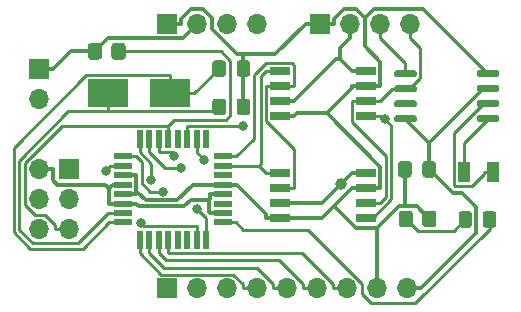
<source format=gtl>
%TF.GenerationSoftware,KiCad,Pcbnew,(5.1.9)-1*%
%TF.CreationDate,2022-01-04T17:54:44-06:00*%
%TF.ProjectId,BACEE,42414345-452e-46b6-9963-61645f706362,1*%
%TF.SameCoordinates,Original*%
%TF.FileFunction,Copper,L1,Top*%
%TF.FilePolarity,Positive*%
%FSLAX46Y46*%
G04 Gerber Fmt 4.6, Leading zero omitted, Abs format (unit mm)*
G04 Created by KiCad (PCBNEW (5.1.9)-1) date 2022-01-04 17:54:44*
%MOMM*%
%LPD*%
G01*
G04 APERTURE LIST*
%TA.AperFunction,ComponentPad*%
%ADD10O,1.700000X1.700000*%
%TD*%
%TA.AperFunction,ComponentPad*%
%ADD11R,1.700000X1.700000*%
%TD*%
%TA.AperFunction,SMDPad,CuDef*%
%ADD12R,1.700000X0.650000*%
%TD*%
%TA.AperFunction,SMDPad,CuDef*%
%ADD13R,0.550000X1.600000*%
%TD*%
%TA.AperFunction,SMDPad,CuDef*%
%ADD14R,1.600000X0.550000*%
%TD*%
%TA.AperFunction,SMDPad,CuDef*%
%ADD15R,1.000000X1.800000*%
%TD*%
%TA.AperFunction,SMDPad,CuDef*%
%ADD16R,3.500000X2.400000*%
%TD*%
%TA.AperFunction,ViaPad*%
%ADD17C,0.800000*%
%TD*%
%TA.AperFunction,ViaPad*%
%ADD18C,1.000000*%
%TD*%
%TA.AperFunction,Conductor*%
%ADD19C,0.300000*%
%TD*%
%TA.AperFunction,Conductor*%
%ADD20C,0.250000*%
%TD*%
G04 APERTURE END LIST*
D10*
%TO.P,BT1,2*%
%TO.N,GNDPWR*%
X205550000Y-110236000D03*
D11*
%TO.P,BT1,1*%
%TO.N,/Vcc*%
X205550000Y-107696000D03*
%TD*%
%TO.P,C1,2*%
%TO.N,GNDPWR*%
%TA.AperFunction,SMDPad,CuDef*%
G36*
G01*
X222310000Y-111321001D02*
X222310000Y-110420999D01*
G75*
G02*
X222559999Y-110171000I249999J0D01*
G01*
X223210001Y-110171000D01*
G75*
G02*
X223460000Y-110420999I0J-249999D01*
G01*
X223460000Y-111321001D01*
G75*
G02*
X223210001Y-111571000I-249999J0D01*
G01*
X222559999Y-111571000D01*
G75*
G02*
X222310000Y-111321001I0J249999D01*
G01*
G37*
%TD.AperFunction*%
%TO.P,C1,1*%
%TO.N,Net-(C1-Pad1)*%
%TA.AperFunction,SMDPad,CuDef*%
G36*
G01*
X220260000Y-111321001D02*
X220260000Y-110420999D01*
G75*
G02*
X220509999Y-110171000I249999J0D01*
G01*
X221160001Y-110171000D01*
G75*
G02*
X221410000Y-110420999I0J-249999D01*
G01*
X221410000Y-111321001D01*
G75*
G02*
X221160001Y-111571000I-249999J0D01*
G01*
X220509999Y-111571000D01*
G75*
G02*
X220260000Y-111321001I0J249999D01*
G01*
G37*
%TD.AperFunction*%
%TD*%
%TO.P,C2,1*%
%TO.N,Net-(C2-Pad1)*%
%TA.AperFunction,SMDPad,CuDef*%
G36*
G01*
X220260000Y-108077001D02*
X220260000Y-107176999D01*
G75*
G02*
X220509999Y-106927000I249999J0D01*
G01*
X221160001Y-106927000D01*
G75*
G02*
X221410000Y-107176999I0J-249999D01*
G01*
X221410000Y-108077001D01*
G75*
G02*
X221160001Y-108327000I-249999J0D01*
G01*
X220509999Y-108327000D01*
G75*
G02*
X220260000Y-108077001I0J249999D01*
G01*
G37*
%TD.AperFunction*%
%TO.P,C2,2*%
%TO.N,GNDPWR*%
%TA.AperFunction,SMDPad,CuDef*%
G36*
G01*
X222310000Y-108077001D02*
X222310000Y-107176999D01*
G75*
G02*
X222559999Y-106927000I249999J0D01*
G01*
X223210001Y-106927000D01*
G75*
G02*
X223460000Y-107176999I0J-249999D01*
G01*
X223460000Y-108077001D01*
G75*
G02*
X223210001Y-108327000I-249999J0D01*
G01*
X222559999Y-108327000D01*
G75*
G02*
X222310000Y-108077001I0J249999D01*
G01*
G37*
%TD.AperFunction*%
%TD*%
%TO.P,C3,1*%
%TO.N,/Vcc*%
%TA.AperFunction,SMDPad,CuDef*%
G36*
G01*
X239188000Y-115710999D02*
X239188000Y-116611001D01*
G75*
G02*
X238938001Y-116861000I-249999J0D01*
G01*
X238287999Y-116861000D01*
G75*
G02*
X238038000Y-116611001I0J249999D01*
G01*
X238038000Y-115710999D01*
G75*
G02*
X238287999Y-115461000I249999J0D01*
G01*
X238938001Y-115461000D01*
G75*
G02*
X239188000Y-115710999I0J-249999D01*
G01*
G37*
%TD.AperFunction*%
%TO.P,C3,2*%
%TO.N,GNDPWR*%
%TA.AperFunction,SMDPad,CuDef*%
G36*
G01*
X237138000Y-115710999D02*
X237138000Y-116611001D01*
G75*
G02*
X236888001Y-116861000I-249999J0D01*
G01*
X236237999Y-116861000D01*
G75*
G02*
X235988000Y-116611001I0J249999D01*
G01*
X235988000Y-115710999D01*
G75*
G02*
X236237999Y-115461000I249999J0D01*
G01*
X236888001Y-115461000D01*
G75*
G02*
X237138000Y-115710999I0J-249999D01*
G01*
G37*
%TD.AperFunction*%
%TD*%
%TO.P,D1,2*%
%TO.N,Net-(D1-Pad2)*%
%TA.AperFunction,SMDPad,CuDef*%
G36*
G01*
X243147000Y-120846001D02*
X243147000Y-119945999D01*
G75*
G02*
X243396999Y-119696000I249999J0D01*
G01*
X244047001Y-119696000D01*
G75*
G02*
X244297000Y-119945999I0J-249999D01*
G01*
X244297000Y-120846001D01*
G75*
G02*
X244047001Y-121096000I-249999J0D01*
G01*
X243396999Y-121096000D01*
G75*
G02*
X243147000Y-120846001I0J249999D01*
G01*
G37*
%TD.AperFunction*%
%TO.P,D1,1*%
%TO.N,Net-(D1-Pad1)*%
%TA.AperFunction,SMDPad,CuDef*%
G36*
G01*
X241097000Y-120846001D02*
X241097000Y-119945999D01*
G75*
G02*
X241346999Y-119696000I249999J0D01*
G01*
X241997001Y-119696000D01*
G75*
G02*
X242247000Y-119945999I0J-249999D01*
G01*
X242247000Y-120846001D01*
G75*
G02*
X241997001Y-121096000I-249999J0D01*
G01*
X241346999Y-121096000D01*
G75*
G02*
X241097000Y-120846001I0J249999D01*
G01*
G37*
%TD.AperFunction*%
%TD*%
D10*
%TO.P,J1,9*%
%TO.N,/Vcc*%
X236728000Y-126238000D03*
%TO.P,J1,8*%
%TO.N,GNDPWR*%
X234188000Y-126238000D03*
%TO.P,J1,7*%
%TO.N,/D8*%
X231648000Y-126238000D03*
%TO.P,J1,6*%
%TO.N,/D7*%
X229108000Y-126238000D03*
%TO.P,J1,5*%
%TO.N,/D6*%
X226568000Y-126238000D03*
%TO.P,J1,4*%
%TO.N,/D5*%
X224028000Y-126238000D03*
%TO.P,J1,3*%
%TO.N,/D4*%
X221488000Y-126238000D03*
%TO.P,J1,2*%
%TO.N,/D3*%
X218948000Y-126238000D03*
D11*
%TO.P,J1,1*%
%TO.N,/D2*%
X216408000Y-126238000D03*
%TD*%
%TO.P,J2,1*%
%TO.N,GNDPWR*%
X216408000Y-103822000D03*
D10*
%TO.P,J2,2*%
%TO.N,/Vcc*%
X218948000Y-103822000D03*
%TO.P,J2,3*%
%TO.N,/RX*%
X221488000Y-103822000D03*
%TO.P,J2,4*%
%TO.N,/TX*%
X224028000Y-103822000D03*
%TD*%
%TO.P,J3,6*%
%TO.N,GNDPWR*%
X205550000Y-121222000D03*
%TO.P,J3,5*%
%TO.N,/RESET*%
X208090000Y-121222000D03*
%TO.P,J3,4*%
%TO.N,/COPI*%
X205550000Y-118682000D03*
%TO.P,J3,3*%
%TO.N,/SCK*%
X208090000Y-118682000D03*
%TO.P,J3,2*%
%TO.N,/Vcc*%
X205550000Y-116142000D03*
D11*
%TO.P,J3,1*%
%TO.N,/CIPO*%
X208090000Y-116142000D03*
%TD*%
D10*
%TO.P,J4,4*%
%TO.N,/SCK*%
X236982000Y-103822000D03*
%TO.P,J4,3*%
%TO.N,/SDA*%
X234442000Y-103822000D03*
%TO.P,J4,2*%
%TO.N,/Vcc*%
X231902000Y-103822000D03*
D11*
%TO.P,J4,1*%
%TO.N,GNDPWR*%
X229362000Y-103822000D03*
%TD*%
%TO.P,R1,2*%
%TO.N,GNDPWR*%
%TA.AperFunction,SMDPad,CuDef*%
G36*
G01*
X238033000Y-120801001D02*
X238033000Y-119900999D01*
G75*
G02*
X238282999Y-119651000I249999J0D01*
G01*
X238983001Y-119651000D01*
G75*
G02*
X239233000Y-119900999I0J-249999D01*
G01*
X239233000Y-120801001D01*
G75*
G02*
X238983001Y-121051000I-249999J0D01*
G01*
X238282999Y-121051000D01*
G75*
G02*
X238033000Y-120801001I0J249999D01*
G01*
G37*
%TD.AperFunction*%
%TO.P,R1,1*%
%TO.N,Net-(D1-Pad1)*%
%TA.AperFunction,SMDPad,CuDef*%
G36*
G01*
X236033000Y-120801001D02*
X236033000Y-119900999D01*
G75*
G02*
X236282999Y-119651000I249999J0D01*
G01*
X236983001Y-119651000D01*
G75*
G02*
X237233000Y-119900999I0J-249999D01*
G01*
X237233000Y-120801001D01*
G75*
G02*
X236983001Y-121051000I-249999J0D01*
G01*
X236282999Y-121051000D01*
G75*
G02*
X236033000Y-120801001I0J249999D01*
G01*
G37*
%TD.AperFunction*%
%TD*%
%TO.P,R2,1*%
%TO.N,/RESET*%
%TA.AperFunction,SMDPad,CuDef*%
G36*
G01*
X212912000Y-105721999D02*
X212912000Y-106622001D01*
G75*
G02*
X212662001Y-106872000I-249999J0D01*
G01*
X211961999Y-106872000D01*
G75*
G02*
X211712000Y-106622001I0J249999D01*
G01*
X211712000Y-105721999D01*
G75*
G02*
X211961999Y-105472000I249999J0D01*
G01*
X212662001Y-105472000D01*
G75*
G02*
X212912000Y-105721999I0J-249999D01*
G01*
G37*
%TD.AperFunction*%
%TO.P,R2,2*%
%TO.N,/Vcc*%
%TA.AperFunction,SMDPad,CuDef*%
G36*
G01*
X210912000Y-105721999D02*
X210912000Y-106622001D01*
G75*
G02*
X210662001Y-106872000I-249999J0D01*
G01*
X209961999Y-106872000D01*
G75*
G02*
X209712000Y-106622001I0J249999D01*
G01*
X209712000Y-105721999D01*
G75*
G02*
X209961999Y-105472000I249999J0D01*
G01*
X210662001Y-105472000D01*
G75*
G02*
X210912000Y-105721999I0J-249999D01*
G01*
G37*
%TD.AperFunction*%
%TD*%
%TO.P,U1,8*%
%TO.N,/Vcc*%
%TA.AperFunction,SMDPad,CuDef*%
G36*
G01*
X237544000Y-111737000D02*
X237544000Y-112037000D01*
G75*
G02*
X237394000Y-112187000I-150000J0D01*
G01*
X235794000Y-112187000D01*
G75*
G02*
X235644000Y-112037000I0J150000D01*
G01*
X235644000Y-111737000D01*
G75*
G02*
X235794000Y-111587000I150000J0D01*
G01*
X237394000Y-111587000D01*
G75*
G02*
X237544000Y-111737000I0J-150000D01*
G01*
G37*
%TD.AperFunction*%
%TO.P,U1,7*%
%TO.N,Net-(U1-Pad7)*%
%TA.AperFunction,SMDPad,CuDef*%
G36*
G01*
X237544000Y-110467000D02*
X237544000Y-110767000D01*
G75*
G02*
X237394000Y-110917000I-150000J0D01*
G01*
X235794000Y-110917000D01*
G75*
G02*
X235644000Y-110767000I0J150000D01*
G01*
X235644000Y-110467000D01*
G75*
G02*
X235794000Y-110317000I150000J0D01*
G01*
X237394000Y-110317000D01*
G75*
G02*
X237544000Y-110467000I0J-150000D01*
G01*
G37*
%TD.AperFunction*%
%TO.P,U1,6*%
%TO.N,/SCK*%
%TA.AperFunction,SMDPad,CuDef*%
G36*
G01*
X237544000Y-109197000D02*
X237544000Y-109497000D01*
G75*
G02*
X237394000Y-109647000I-150000J0D01*
G01*
X235794000Y-109647000D01*
G75*
G02*
X235644000Y-109497000I0J150000D01*
G01*
X235644000Y-109197000D01*
G75*
G02*
X235794000Y-109047000I150000J0D01*
G01*
X237394000Y-109047000D01*
G75*
G02*
X237544000Y-109197000I0J-150000D01*
G01*
G37*
%TD.AperFunction*%
%TO.P,U1,5*%
%TO.N,/SDA*%
%TA.AperFunction,SMDPad,CuDef*%
G36*
G01*
X237544000Y-107927000D02*
X237544000Y-108227000D01*
G75*
G02*
X237394000Y-108377000I-150000J0D01*
G01*
X235794000Y-108377000D01*
G75*
G02*
X235644000Y-108227000I0J150000D01*
G01*
X235644000Y-107927000D01*
G75*
G02*
X235794000Y-107777000I150000J0D01*
G01*
X237394000Y-107777000D01*
G75*
G02*
X237544000Y-107927000I0J-150000D01*
G01*
G37*
%TD.AperFunction*%
%TO.P,U1,4*%
%TO.N,GNDPWR*%
%TA.AperFunction,SMDPad,CuDef*%
G36*
G01*
X244544000Y-107927000D02*
X244544000Y-108227000D01*
G75*
G02*
X244394000Y-108377000I-150000J0D01*
G01*
X242794000Y-108377000D01*
G75*
G02*
X242644000Y-108227000I0J150000D01*
G01*
X242644000Y-107927000D01*
G75*
G02*
X242794000Y-107777000I150000J0D01*
G01*
X244394000Y-107777000D01*
G75*
G02*
X244544000Y-107927000I0J-150000D01*
G01*
G37*
%TD.AperFunction*%
%TO.P,U1,3*%
%TO.N,/Vcc*%
%TA.AperFunction,SMDPad,CuDef*%
G36*
G01*
X244544000Y-109197000D02*
X244544000Y-109497000D01*
G75*
G02*
X244394000Y-109647000I-150000J0D01*
G01*
X242794000Y-109647000D01*
G75*
G02*
X242644000Y-109497000I0J150000D01*
G01*
X242644000Y-109197000D01*
G75*
G02*
X242794000Y-109047000I150000J0D01*
G01*
X244394000Y-109047000D01*
G75*
G02*
X244544000Y-109197000I0J-150000D01*
G01*
G37*
%TD.AperFunction*%
%TO.P,U1,2*%
%TO.N,Net-(U1-Pad2)*%
%TA.AperFunction,SMDPad,CuDef*%
G36*
G01*
X244544000Y-110467000D02*
X244544000Y-110767000D01*
G75*
G02*
X244394000Y-110917000I-150000J0D01*
G01*
X242794000Y-110917000D01*
G75*
G02*
X242644000Y-110767000I0J150000D01*
G01*
X242644000Y-110467000D01*
G75*
G02*
X242794000Y-110317000I150000J0D01*
G01*
X244394000Y-110317000D01*
G75*
G02*
X244544000Y-110467000I0J-150000D01*
G01*
G37*
%TD.AperFunction*%
%TO.P,U1,1*%
%TO.N,Net-(U1-Pad1)*%
%TA.AperFunction,SMDPad,CuDef*%
G36*
G01*
X244544000Y-111737000D02*
X244544000Y-112037000D01*
G75*
G02*
X244394000Y-112187000I-150000J0D01*
G01*
X242794000Y-112187000D01*
G75*
G02*
X242644000Y-112037000I0J150000D01*
G01*
X242644000Y-111737000D01*
G75*
G02*
X242794000Y-111587000I150000J0D01*
G01*
X244394000Y-111587000D01*
G75*
G02*
X244544000Y-111737000I0J-150000D01*
G01*
G37*
%TD.AperFunction*%
%TD*%
D12*
%TO.P,U2,1*%
%TO.N,/ADDR1*%
X225966000Y-116459000D03*
%TO.P,U2,2*%
%TO.N,/ADDR2*%
X225966000Y-117729000D03*
%TO.P,U2,3*%
%TO.N,/Vcc*%
X225966000Y-118999000D03*
%TO.P,U2,4*%
%TO.N,GNDPWR*%
X225966000Y-120269000D03*
%TO.P,U2,5*%
%TO.N,/SDA*%
X233266000Y-120269000D03*
%TO.P,U2,6*%
%TO.N,/SCK*%
X233266000Y-118999000D03*
%TO.P,U2,7*%
%TO.N,GNDPWR*%
X233266000Y-117729000D03*
%TO.P,U2,8*%
%TO.N,/Vcc*%
X233266000Y-116459000D03*
%TD*%
%TO.P,U3,8*%
%TO.N,/Vcc*%
X233266000Y-107823000D03*
%TO.P,U3,7*%
%TO.N,GNDPWR*%
X233266000Y-109093000D03*
%TO.P,U3,6*%
%TO.N,/SCK*%
X233266000Y-110363000D03*
%TO.P,U3,5*%
%TO.N,/SDA*%
X233266000Y-111633000D03*
%TO.P,U3,4*%
%TO.N,GNDPWR*%
X225966000Y-111633000D03*
%TO.P,U3,3*%
%TO.N,/Vcc*%
X225966000Y-110363000D03*
%TO.P,U3,2*%
%TO.N,/ADDR2*%
X225966000Y-109093000D03*
%TO.P,U3,1*%
%TO.N,/ADDR1*%
X225966000Y-107823000D03*
%TD*%
D13*
%TO.P,U4,32*%
%TO.N,/D2*%
X214116000Y-113606000D03*
%TO.P,U4,31*%
%TO.N,/TX*%
X214916000Y-113606000D03*
%TO.P,U4,30*%
%TO.N,/RX*%
X215716000Y-113606000D03*
%TO.P,U4,29*%
%TO.N,/RESET*%
X216516000Y-113606000D03*
%TO.P,U4,28*%
%TO.N,Net-(U4-Pad28)*%
X217316000Y-113606000D03*
%TO.P,U4,27*%
%TO.N,/SDA*%
X218116000Y-113606000D03*
%TO.P,U4,26*%
%TO.N,/SCK*%
X218916000Y-113606000D03*
%TO.P,U4,25*%
%TO.N,Net-(U4-Pad25)*%
X219716000Y-113606000D03*
D14*
%TO.P,U4,24*%
%TO.N,/ADDR2*%
X221166000Y-115056000D03*
%TO.P,U4,23*%
%TO.N,/ADDR1*%
X221166000Y-115856000D03*
%TO.P,U4,22*%
%TO.N,Net-(U4-Pad22)*%
X221166000Y-116656000D03*
%TO.P,U4,21*%
%TO.N,GNDPWR*%
X221166000Y-117456000D03*
%TO.P,U4,20*%
%TO.N,/Vcc*%
X221166000Y-118256000D03*
%TO.P,U4,19*%
%TO.N,Net-(U4-Pad19)*%
X221166000Y-119056000D03*
%TO.P,U4,18*%
%TO.N,/Vcc*%
X221166000Y-119856000D03*
%TO.P,U4,17*%
%TO.N,Net-(D1-Pad2)*%
X221166000Y-120656000D03*
D13*
%TO.P,U4,16*%
%TO.N,/CIPO*%
X219716000Y-122106000D03*
%TO.P,U4,15*%
%TO.N,/COPI*%
X218916000Y-122106000D03*
%TO.P,U4,14*%
%TO.N,Net-(U4-Pad14)*%
X218116000Y-122106000D03*
%TO.P,U4,13*%
%TO.N,Net-(U4-Pad13)*%
X217316000Y-122106000D03*
%TO.P,U4,12*%
%TO.N,/D8*%
X216516000Y-122106000D03*
%TO.P,U4,11*%
%TO.N,/D7*%
X215716000Y-122106000D03*
%TO.P,U4,10*%
%TO.N,/D6*%
X214916000Y-122106000D03*
%TO.P,U4,9*%
%TO.N,/D5*%
X214116000Y-122106000D03*
D14*
%TO.P,U4,8*%
%TO.N,Net-(C2-Pad1)*%
X212666000Y-120656000D03*
%TO.P,U4,7*%
%TO.N,Net-(C1-Pad1)*%
X212666000Y-119856000D03*
%TO.P,U4,6*%
%TO.N,/Vcc*%
X212666000Y-119056000D03*
%TO.P,U4,5*%
%TO.N,GNDPWR*%
X212666000Y-118256000D03*
%TO.P,U4,4*%
%TO.N,/Vcc*%
X212666000Y-117456000D03*
%TO.P,U4,3*%
%TO.N,GNDPWR*%
X212666000Y-116656000D03*
%TO.P,U4,2*%
%TO.N,/D4*%
X212666000Y-115856000D03*
%TO.P,U4,1*%
%TO.N,/D3*%
X212666000Y-115056000D03*
%TD*%
D15*
%TO.P,Y1,1*%
%TO.N,Net-(U1-Pad1)*%
X241552000Y-116366000D03*
%TO.P,Y1,2*%
%TO.N,Net-(U1-Pad2)*%
X244052000Y-116366000D03*
%TD*%
D16*
%TO.P,Y2,2*%
%TO.N,Net-(C2-Pad1)*%
X216662000Y-109728000D03*
%TO.P,Y2,1*%
%TO.N,Net-(C1-Pad1)*%
X211462000Y-109728000D03*
%TD*%
D17*
%TO.N,/D2*%
X215071300Y-117057100D03*
%TO.N,/D3*%
X216079600Y-118042200D03*
%TO.N,/D4*%
X211243200Y-116283300D03*
%TO.N,/TX*%
X217593000Y-116047900D03*
%TO.N,/RX*%
X216987700Y-115006800D03*
%TO.N,/CIPO*%
X218966500Y-119499000D03*
%TO.N,/SCK*%
X219563600Y-115389700D03*
%TO.N,/COPI*%
X214184900Y-120668800D03*
%TO.N,/SDA*%
X234879700Y-111924400D03*
X222879800Y-112480700D03*
D18*
%TO.N,/Vcc*%
X231168900Y-117359700D03*
%TD*%
D19*
%TO.N,GNDPWR*%
X233266000Y-109093000D02*
X232065700Y-109093000D01*
X229959700Y-111414100D02*
X234466300Y-115920700D01*
X234466300Y-115920700D02*
X234466300Y-117729000D01*
X227166300Y-111633000D02*
X227385200Y-111414100D01*
X227385200Y-111414100D02*
X229959700Y-111414100D01*
X229959700Y-111414100D02*
X232065700Y-109308100D01*
X232065700Y-109308100D02*
X232065700Y-109093000D01*
X225966000Y-120269000D02*
X224765700Y-120269000D01*
X221166000Y-117456000D02*
X222316300Y-117456000D01*
X222316300Y-117456000D02*
X224765700Y-119905400D01*
X224765700Y-119905400D02*
X224765700Y-120269000D01*
X220590900Y-117456000D02*
X221166000Y-117456000D01*
X213939600Y-118132700D02*
X214599400Y-118792500D01*
X214599400Y-118792500D02*
X217303300Y-118792500D01*
X217303300Y-118792500D02*
X218639800Y-117456000D01*
X218639800Y-117456000D02*
X220015700Y-117456000D01*
X233172000Y-103376100D02*
X232417600Y-102621700D01*
X232417600Y-102621700D02*
X231387400Y-102621700D01*
X231387400Y-102621700D02*
X230562300Y-103446800D01*
X230562300Y-103446800D02*
X230562300Y-103822000D01*
X234466300Y-109093000D02*
X234466300Y-107031400D01*
X234466300Y-107031400D02*
X233172000Y-105737100D01*
X233172000Y-105737100D02*
X233172000Y-103376100D01*
X243594000Y-108077000D02*
X238130400Y-102613400D01*
X238130400Y-102613400D02*
X233934700Y-102613400D01*
X233934700Y-102613400D02*
X233172000Y-103376100D01*
X229362000Y-103822000D02*
X230562300Y-103822000D01*
X233266000Y-109093000D02*
X234466300Y-109093000D01*
X236563000Y-119281900D02*
X237563900Y-119281900D01*
X237563900Y-119281900D02*
X238633000Y-120351000D01*
X234188000Y-121146900D02*
X236053000Y-119281900D01*
X236053000Y-119281900D02*
X236563000Y-119281900D01*
X236563000Y-119281900D02*
X236563000Y-116162000D01*
X234188000Y-125037700D02*
X234188000Y-121146900D01*
X230531000Y-119263700D02*
X232414100Y-121146900D01*
X232414100Y-121146900D02*
X234188000Y-121146900D01*
X230531000Y-119263700D02*
X232065700Y-117729000D01*
X225966000Y-120269000D02*
X229525700Y-120269000D01*
X229525700Y-120269000D02*
X230531000Y-119263700D01*
X233266000Y-117729000D02*
X232065700Y-117729000D01*
X222885000Y-106415600D02*
X222338700Y-106415600D01*
X222338700Y-106415600D02*
X220218000Y-104294900D01*
X220218000Y-104294900D02*
X220218000Y-103337100D01*
X220218000Y-103337100D02*
X219448100Y-102567200D01*
X219448100Y-102567200D02*
X218488000Y-102567200D01*
X218488000Y-102567200D02*
X217608300Y-103446900D01*
X217608300Y-103446900D02*
X217608300Y-103822000D01*
X228161700Y-103822000D02*
X225568100Y-106415600D01*
X225568100Y-106415600D02*
X222885000Y-106415600D01*
X222885000Y-106415600D02*
X222885000Y-107627000D01*
X229362000Y-103822000D02*
X228161700Y-103822000D01*
X233266000Y-117729000D02*
X234466300Y-117729000D01*
X234188000Y-126238000D02*
X234188000Y-125037700D01*
X216408000Y-103822000D02*
X217608300Y-103822000D01*
X220590900Y-117456000D02*
X220015700Y-117456000D01*
X213939600Y-118132700D02*
X213816300Y-118256000D01*
X213816300Y-116656000D02*
X213816300Y-118009400D01*
X213816300Y-118009400D02*
X213939600Y-118132700D01*
X222885000Y-107627000D02*
X222885000Y-110871000D01*
X212666000Y-118256000D02*
X213816300Y-118256000D01*
X212666000Y-116656000D02*
X213816300Y-116656000D01*
X225966000Y-111633000D02*
X227166300Y-111633000D01*
D20*
%TO.N,Net-(C1-Pad1)*%
X212666000Y-119856000D02*
X211412000Y-119856000D01*
X211412000Y-119856000D02*
X208870000Y-122398000D01*
X208870000Y-122398000D02*
X205031200Y-122398000D01*
X205031200Y-122398000D02*
X203904100Y-121270900D01*
X203904100Y-121270900D02*
X203904100Y-115417000D01*
X203904100Y-115417000D02*
X208067800Y-111253300D01*
X208067800Y-111253300D02*
X211462000Y-111253300D01*
X211462000Y-111253300D02*
X220452700Y-111253300D01*
X220452700Y-111253300D02*
X220835000Y-110871000D01*
X211462000Y-109728000D02*
X211462000Y-111253300D01*
%TO.N,Net-(C2-Pad1)*%
X216662000Y-109728000D02*
X216662000Y-108202700D01*
X212666000Y-120656000D02*
X211540700Y-120656000D01*
X211540700Y-120656000D02*
X209332900Y-122863800D01*
X209332900Y-122863800D02*
X204854500Y-122863800D01*
X204854500Y-122863800D02*
X203453600Y-121462900D01*
X203453600Y-121462900D02*
X203453600Y-114320200D01*
X203453600Y-114320200D02*
X209571100Y-108202700D01*
X209571100Y-108202700D02*
X216662000Y-108202700D01*
X216662000Y-109728000D02*
X218737300Y-109728000D01*
X218737300Y-109728000D02*
X218737300Y-109724700D01*
X218737300Y-109724700D02*
X220835000Y-107627000D01*
%TO.N,Net-(D1-Pad1)*%
X240691990Y-121376010D02*
X241672000Y-120396000D01*
X237658010Y-121376010D02*
X240691990Y-121376010D01*
X236633000Y-120351000D02*
X237658010Y-121376010D01*
%TO.N,Net-(D1-Pad2)*%
X221166000Y-120656000D02*
X222291300Y-120656000D01*
X222291300Y-120656000D02*
X222891600Y-121256300D01*
X222891600Y-121256300D02*
X228331800Y-121256300D01*
X228331800Y-121256300D02*
X232918000Y-125842500D01*
X232918000Y-125842500D02*
X232918000Y-126726200D01*
X232918000Y-126726200D02*
X233673200Y-127481400D01*
X233673200Y-127481400D02*
X237412700Y-127481400D01*
X243969000Y-120925100D02*
X243969000Y-120396000D01*
X243722000Y-121172100D02*
X243722000Y-120396000D01*
X237412700Y-127481400D02*
X243722000Y-121172100D01*
%TO.N,/D2*%
X214116000Y-114731300D02*
X215071300Y-115686600D01*
X215071300Y-115686600D02*
X215071300Y-117057100D01*
X214116000Y-113606000D02*
X214116000Y-114731300D01*
%TO.N,/D3*%
X212666000Y-115056000D02*
X213791300Y-115056000D01*
X213791300Y-115056000D02*
X214291700Y-115556400D01*
X214291700Y-115556400D02*
X214291700Y-117319400D01*
X214291700Y-117319400D02*
X215014500Y-118042200D01*
X215014500Y-118042200D02*
X216079600Y-118042200D01*
%TO.N,/D4*%
X211540700Y-115856000D02*
X211540700Y-115985800D01*
X211540700Y-115985800D02*
X211243200Y-116283300D01*
X212666000Y-115856000D02*
X211540700Y-115856000D01*
%TO.N,/D5*%
X224028000Y-126238000D02*
X222852700Y-126238000D01*
X214116000Y-122106000D02*
X214116000Y-123231300D01*
X214116000Y-123231300D02*
X215947400Y-125062700D01*
X215947400Y-125062700D02*
X222044800Y-125062700D01*
X222044800Y-125062700D02*
X222852700Y-125870600D01*
X222852700Y-125870600D02*
X222852700Y-126238000D01*
%TO.N,/D6*%
X226568000Y-126238000D02*
X225392700Y-126238000D01*
X214916000Y-122106000D02*
X214916000Y-123231300D01*
X214916000Y-123231300D02*
X216185000Y-124500300D01*
X216185000Y-124500300D02*
X224022300Y-124500300D01*
X224022300Y-124500300D02*
X225392700Y-125870700D01*
X225392700Y-125870700D02*
X225392700Y-126238000D01*
%TO.N,/D7*%
X215716000Y-123231300D02*
X216291000Y-123806300D01*
X216291000Y-123806300D02*
X225868300Y-123806300D01*
X225868300Y-123806300D02*
X227932700Y-125870700D01*
X227932700Y-125870700D02*
X227932700Y-126238000D01*
X215716000Y-122106000D02*
X215716000Y-123231300D01*
X229108000Y-126238000D02*
X227932700Y-126238000D01*
%TO.N,/D8*%
X231648000Y-126238000D02*
X230472700Y-126238000D01*
X216516000Y-122106000D02*
X216516000Y-123231300D01*
X216516000Y-123231300D02*
X227833300Y-123231300D01*
X227833300Y-123231300D02*
X230472700Y-125870700D01*
X230472700Y-125870700D02*
X230472700Y-126238000D01*
%TO.N,/TX*%
X214916000Y-113606000D02*
X214916000Y-114731300D01*
X214916000Y-114731300D02*
X216232600Y-116047900D01*
X216232600Y-116047900D02*
X217593000Y-116047900D01*
%TO.N,/RX*%
X215716000Y-114731300D02*
X216712200Y-114731300D01*
X216712200Y-114731300D02*
X216987700Y-115006800D01*
X215716000Y-113606000D02*
X215716000Y-114731300D01*
%TO.N,/CIPO*%
X219716000Y-122106000D02*
X219716000Y-120248500D01*
X219716000Y-120248500D02*
X218966500Y-119499000D01*
%TO.N,/SCK*%
X233266000Y-110363000D02*
X234441300Y-110363000D01*
X236594000Y-109347000D02*
X235457300Y-109347000D01*
X235457300Y-109347000D02*
X234441300Y-110363000D01*
X236982000Y-104997300D02*
X237878200Y-105893500D01*
X237878200Y-105893500D02*
X237878200Y-108415100D01*
X237878200Y-108415100D02*
X236946300Y-109347000D01*
X236946300Y-109347000D02*
X236594000Y-109347000D01*
X236982000Y-103822000D02*
X236982000Y-104997300D01*
X233266000Y-118999000D02*
X234441300Y-118999000D01*
X234441300Y-118999000D02*
X234963200Y-118477100D01*
X234963200Y-118477100D02*
X234963200Y-115021600D01*
X234963200Y-115021600D02*
X232090700Y-112149100D01*
X232090700Y-112149100D02*
X232090700Y-110363000D01*
X218916000Y-114731300D02*
X219563500Y-115378800D01*
X219563500Y-115378800D02*
X219563500Y-115389700D01*
X219563500Y-115389700D02*
X219563600Y-115389700D01*
X218916000Y-113606000D02*
X218916000Y-114731300D01*
X233266000Y-110363000D02*
X232090700Y-110363000D01*
%TO.N,/COPI*%
X218916000Y-120980700D02*
X214496800Y-120980700D01*
X214496800Y-120980700D02*
X214184900Y-120668800D01*
X218916000Y-122106000D02*
X218916000Y-120980700D01*
%TO.N,/RESET*%
X212312000Y-106172000D02*
X220974200Y-106172000D01*
X220974200Y-106172000D02*
X221753500Y-106951300D01*
X221753500Y-106951300D02*
X221753500Y-111578000D01*
X221753500Y-111578000D02*
X221383000Y-111948500D01*
X221383000Y-111948500D02*
X217048200Y-111948500D01*
X217048200Y-111948500D02*
X216516000Y-112480700D01*
X206914700Y-121222000D02*
X206914700Y-120854600D01*
X206914700Y-120854600D02*
X206106800Y-120046700D01*
X206106800Y-120046700D02*
X205209300Y-120046700D01*
X205209300Y-120046700D02*
X204368900Y-119206300D01*
X204368900Y-119206300D02*
X204368900Y-115614000D01*
X204368900Y-115614000D02*
X207502200Y-112480700D01*
X207502200Y-112480700D02*
X216516000Y-112480700D01*
X216516000Y-113606000D02*
X216516000Y-112480700D01*
X208090000Y-121222000D02*
X206914700Y-121222000D01*
%TO.N,/SDA*%
X218116000Y-112480700D02*
X222879800Y-112480700D01*
X234879700Y-111924400D02*
X235413600Y-112458300D01*
X235413600Y-112458300D02*
X235413600Y-118685200D01*
X235413600Y-118685200D02*
X233829800Y-120269000D01*
X233829800Y-120269000D02*
X233266000Y-120269000D01*
X234441300Y-111633000D02*
X234588300Y-111633000D01*
X234588300Y-111633000D02*
X234879700Y-111924400D01*
X218116000Y-113606000D02*
X218116000Y-112480700D01*
X233266000Y-111633000D02*
X234441300Y-111633000D01*
X234442000Y-104997300D02*
X236594000Y-107149300D01*
X236594000Y-107149300D02*
X236594000Y-108077000D01*
X234442000Y-103822000D02*
X234442000Y-104997300D01*
%TO.N,Net-(U1-Pad1)*%
X241544000Y-116366000D02*
X241544000Y-113937000D01*
X241544000Y-113937000D02*
X243594000Y-111887000D01*
%TO.N,Net-(U1-Pad2)*%
X244044000Y-116366000D02*
X243218700Y-116366000D01*
X243218700Y-116366000D02*
X243218700Y-116572300D01*
X243218700Y-116572300D02*
X242199600Y-117591400D01*
X242199600Y-117591400D02*
X240832700Y-117591400D01*
X240832700Y-117591400D02*
X240692200Y-117450900D01*
X240692200Y-117450900D02*
X240692200Y-113063200D01*
X240692200Y-113063200D02*
X243138400Y-110617000D01*
X243138400Y-110617000D02*
X243594000Y-110617000D01*
%TO.N,/ADDR2*%
X225966000Y-109093000D02*
X224790700Y-109093000D01*
X225966000Y-117729000D02*
X227141300Y-117729000D01*
X224790700Y-109093000D02*
X224790700Y-112092800D01*
X224790700Y-112092800D02*
X227141300Y-114443400D01*
X227141300Y-114443400D02*
X227141300Y-117729000D01*
X226553700Y-109093000D02*
X225966000Y-109093000D01*
X226553700Y-109093000D02*
X227141300Y-109093000D01*
X221166000Y-115056000D02*
X222291300Y-115056000D01*
X222291300Y-115056000D02*
X223786400Y-113560900D01*
X223786400Y-113560900D02*
X223786400Y-108151800D01*
X223786400Y-108151800D02*
X224765600Y-107172600D01*
X224765600Y-107172600D02*
X227007000Y-107172600D01*
X227007000Y-107172600D02*
X227141300Y-107306900D01*
X227141300Y-107306900D02*
X227141300Y-109093000D01*
%TO.N,/ADDR1*%
X224790700Y-107823000D02*
X224340400Y-108273300D01*
X224340400Y-108273300D02*
X224340400Y-115703300D01*
X224340400Y-115703300D02*
X224187700Y-115856000D01*
X224187700Y-115856000D02*
X224790700Y-116459000D01*
X221166000Y-115856000D02*
X224187700Y-115856000D01*
X225966000Y-107823000D02*
X224790700Y-107823000D01*
X225966000Y-116459000D02*
X224790700Y-116459000D01*
D19*
%TO.N,/Vcc*%
X219966700Y-118748700D02*
X218408200Y-118748700D01*
X218408200Y-118748700D02*
X217864100Y-119292800D01*
X217864100Y-119292800D02*
X214053100Y-119292800D01*
X214053100Y-119292800D02*
X213816300Y-119056000D01*
X220015700Y-119856000D02*
X219966700Y-119807000D01*
X219966700Y-119807000D02*
X219966700Y-118748700D01*
X220015700Y-118256000D02*
X220015700Y-118699700D01*
X220015700Y-118699700D02*
X219966700Y-118748700D01*
X221166000Y-118256000D02*
X220015700Y-118256000D01*
X212666000Y-119056000D02*
X213816300Y-119056000D01*
X238613000Y-113906000D02*
X238613000Y-116162000D01*
X236594000Y-111887000D02*
X238613000Y-113906000D01*
X243594000Y-109347000D02*
X243172000Y-109347000D01*
X243172000Y-109347000D02*
X238613000Y-113906000D01*
X241404700Y-118191700D02*
X240642700Y-118191700D01*
X240642700Y-118191700D02*
X238613000Y-116162000D01*
X231168900Y-117359700D02*
X229529600Y-118999000D01*
X229529600Y-118999000D02*
X225966000Y-118999000D01*
X221166000Y-119856000D02*
X220015700Y-119856000D01*
X231168900Y-117359700D02*
X232065700Y-116462900D01*
X232065700Y-116462900D02*
X232065700Y-116459000D01*
X227166300Y-110363000D02*
X230703400Y-106825900D01*
X230703400Y-106825900D02*
X231068600Y-106825900D01*
X210312000Y-106172000D02*
X211461600Y-105022400D01*
X211461600Y-105022400D02*
X217747600Y-105022400D01*
X217747600Y-105022400D02*
X218948000Y-103822000D01*
X210312000Y-106172000D02*
X208274300Y-106172000D01*
X208274300Y-106172000D02*
X206750300Y-107696000D01*
X211515700Y-117777500D02*
X211837200Y-117456000D01*
X211837200Y-117456000D02*
X212090900Y-117456000D01*
X211515700Y-119056000D02*
X211515700Y-117777500D01*
X206750300Y-116142000D02*
X206750300Y-117078700D01*
X206750300Y-117078700D02*
X207127600Y-117456000D01*
X207127600Y-117456000D02*
X211194200Y-117456000D01*
X211194200Y-117456000D02*
X211515700Y-117777500D01*
X205550000Y-116142000D02*
X206750300Y-116142000D01*
X212666000Y-117456000D02*
X212090900Y-117456000D01*
X212666000Y-119056000D02*
X211515700Y-119056000D01*
X233266000Y-116459000D02*
X232065700Y-116459000D01*
X231068600Y-106825900D02*
X232065700Y-107823000D01*
X231902000Y-105022300D02*
X231068600Y-105855700D01*
X231068600Y-105855700D02*
X231068600Y-106825900D01*
X231902000Y-103822000D02*
X231902000Y-105022300D01*
X233266000Y-107823000D02*
X232065700Y-107823000D01*
X225966000Y-110363000D02*
X227166300Y-110363000D01*
X205550000Y-107696000D02*
X206750300Y-107696000D01*
X242597010Y-119384010D02*
X241404700Y-118191700D01*
X242597010Y-121571071D02*
X242597010Y-119384010D01*
X237930081Y-126238000D02*
X242597010Y-121571071D01*
X236728000Y-126238000D02*
X237930081Y-126238000D01*
%TD*%
M02*

</source>
